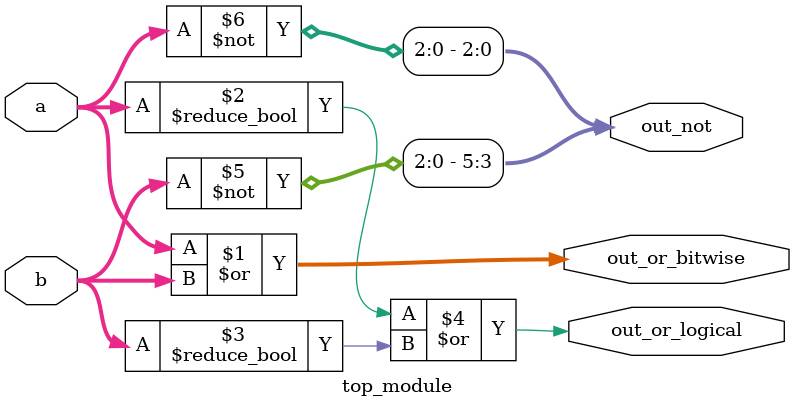
<source format=sv>
module top_module(
    input [2:0] a, 
    input [2:0] b, 
    output [2:0] out_or_bitwise,
    output out_or_logical,
    output [5:0] out_not
);

assign out_or_bitwise = a | b;
assign out_or_logical = (a != 0) | (b != 0);
assign out_not[5:3] = ~b;
assign out_not[2:0] = ~a;

endmodule

</source>
